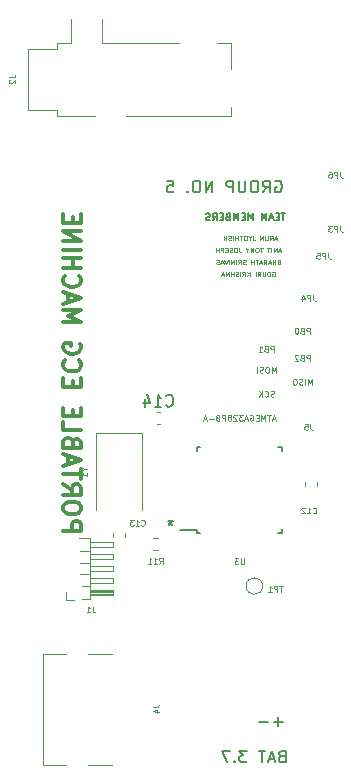
<source format=gbr>
%TF.GenerationSoftware,KiCad,Pcbnew,(6.0.5)*%
%TF.CreationDate,2022-06-01T22:14:55+05:30*%
%TF.ProjectId,PORTABLE_ECG_MACHINE,504f5254-4142-44c4-955f-4543475f4d41,rev-1*%
%TF.SameCoordinates,Original*%
%TF.FileFunction,Legend,Bot*%
%TF.FilePolarity,Positive*%
%FSLAX46Y46*%
G04 Gerber Fmt 4.6, Leading zero omitted, Abs format (unit mm)*
G04 Created by KiCad (PCBNEW (6.0.5)) date 2022-06-01 22:14:55*
%MOMM*%
%LPD*%
G01*
G04 APERTURE LIST*
%ADD10C,0.125000*%
%ADD11C,0.150000*%
%ADD12C,0.200000*%
%ADD13C,0.100000*%
%ADD14C,0.375000*%
%ADD15C,0.120000*%
G04 APERTURE END LIST*
D10*
X105775047Y-51534190D02*
X105775047Y-51034190D01*
X105584571Y-51034190D01*
X105536952Y-51058000D01*
X105513142Y-51081809D01*
X105489333Y-51129428D01*
X105489333Y-51200857D01*
X105513142Y-51248476D01*
X105536952Y-51272285D01*
X105584571Y-51296095D01*
X105775047Y-51296095D01*
X105108380Y-51272285D02*
X105036952Y-51296095D01*
X105013142Y-51319904D01*
X104989333Y-51367523D01*
X104989333Y-51438952D01*
X105013142Y-51486571D01*
X105036952Y-51510380D01*
X105084571Y-51534190D01*
X105275047Y-51534190D01*
X105275047Y-51034190D01*
X105108380Y-51034190D01*
X105060761Y-51058000D01*
X105036952Y-51081809D01*
X105013142Y-51129428D01*
X105013142Y-51177047D01*
X105036952Y-51224666D01*
X105060761Y-51248476D01*
X105108380Y-51272285D01*
X105275047Y-51272285D01*
X104679809Y-51034190D02*
X104632190Y-51034190D01*
X104584571Y-51058000D01*
X104560761Y-51081809D01*
X104536952Y-51129428D01*
X104513142Y-51224666D01*
X104513142Y-51343714D01*
X104536952Y-51438952D01*
X104560761Y-51486571D01*
X104584571Y-51510380D01*
X104632190Y-51534190D01*
X104679809Y-51534190D01*
X104727428Y-51510380D01*
X104751238Y-51486571D01*
X104775047Y-51438952D01*
X104798857Y-51343714D01*
X104798857Y-51224666D01*
X104775047Y-51129428D01*
X104751238Y-51081809D01*
X104727428Y-51058000D01*
X104679809Y-51034190D01*
D11*
X103504952Y-84399428D02*
X102743047Y-84399428D01*
X103124000Y-84780380D02*
X103124000Y-84018476D01*
D12*
X102861523Y-38616000D02*
X102956761Y-38568380D01*
X103099619Y-38568380D01*
X103242476Y-38616000D01*
X103337714Y-38711238D01*
X103385333Y-38806476D01*
X103432952Y-38996952D01*
X103432952Y-39139809D01*
X103385333Y-39330285D01*
X103337714Y-39425523D01*
X103242476Y-39520761D01*
X103099619Y-39568380D01*
X103004380Y-39568380D01*
X102861523Y-39520761D01*
X102813904Y-39473142D01*
X102813904Y-39139809D01*
X103004380Y-39139809D01*
X101813904Y-39568380D02*
X102147238Y-39092190D01*
X102385333Y-39568380D02*
X102385333Y-38568380D01*
X102004380Y-38568380D01*
X101909142Y-38616000D01*
X101861523Y-38663619D01*
X101813904Y-38758857D01*
X101813904Y-38901714D01*
X101861523Y-38996952D01*
X101909142Y-39044571D01*
X102004380Y-39092190D01*
X102385333Y-39092190D01*
X101194857Y-38568380D02*
X101004380Y-38568380D01*
X100909142Y-38616000D01*
X100813904Y-38711238D01*
X100766285Y-38901714D01*
X100766285Y-39235047D01*
X100813904Y-39425523D01*
X100909142Y-39520761D01*
X101004380Y-39568380D01*
X101194857Y-39568380D01*
X101290095Y-39520761D01*
X101385333Y-39425523D01*
X101432952Y-39235047D01*
X101432952Y-38901714D01*
X101385333Y-38711238D01*
X101290095Y-38616000D01*
X101194857Y-38568380D01*
X100337714Y-38568380D02*
X100337714Y-39377904D01*
X100290095Y-39473142D01*
X100242476Y-39520761D01*
X100147238Y-39568380D01*
X99956761Y-39568380D01*
X99861523Y-39520761D01*
X99813904Y-39473142D01*
X99766285Y-39377904D01*
X99766285Y-38568380D01*
X99290095Y-39568380D02*
X99290095Y-38568380D01*
X98909142Y-38568380D01*
X98813904Y-38616000D01*
X98766285Y-38663619D01*
X98718666Y-38758857D01*
X98718666Y-38901714D01*
X98766285Y-38996952D01*
X98813904Y-39044571D01*
X98909142Y-39092190D01*
X99290095Y-39092190D01*
X97528190Y-39568380D02*
X97528190Y-38568380D01*
X96956761Y-39568380D01*
X96956761Y-38568380D01*
X96290095Y-38568380D02*
X96099619Y-38568380D01*
X96004380Y-38616000D01*
X95909142Y-38711238D01*
X95861523Y-38901714D01*
X95861523Y-39235047D01*
X95909142Y-39425523D01*
X96004380Y-39520761D01*
X96099619Y-39568380D01*
X96290095Y-39568380D01*
X96385333Y-39520761D01*
X96480571Y-39425523D01*
X96528190Y-39235047D01*
X96528190Y-38901714D01*
X96480571Y-38711238D01*
X96385333Y-38616000D01*
X96290095Y-38568380D01*
X95432952Y-39473142D02*
X95385333Y-39520761D01*
X95432952Y-39568380D01*
X95480571Y-39520761D01*
X95432952Y-39473142D01*
X95432952Y-39568380D01*
X93718666Y-38568380D02*
X94194857Y-38568380D01*
X94242476Y-39044571D01*
X94194857Y-38996952D01*
X94099619Y-38949333D01*
X93861523Y-38949333D01*
X93766285Y-38996952D01*
X93718666Y-39044571D01*
X93671047Y-39139809D01*
X93671047Y-39377904D01*
X93718666Y-39473142D01*
X93766285Y-39520761D01*
X93861523Y-39568380D01*
X94099619Y-39568380D01*
X94194857Y-39520761D01*
X94242476Y-39473142D01*
D10*
X105775047Y-53820190D02*
X105775047Y-53320190D01*
X105584571Y-53320190D01*
X105536952Y-53344000D01*
X105513142Y-53367809D01*
X105489333Y-53415428D01*
X105489333Y-53486857D01*
X105513142Y-53534476D01*
X105536952Y-53558285D01*
X105584571Y-53582095D01*
X105775047Y-53582095D01*
X105108380Y-53558285D02*
X105036952Y-53582095D01*
X105013142Y-53605904D01*
X104989333Y-53653523D01*
X104989333Y-53724952D01*
X105013142Y-53772571D01*
X105036952Y-53796380D01*
X105084571Y-53820190D01*
X105275047Y-53820190D01*
X105275047Y-53320190D01*
X105108380Y-53320190D01*
X105060761Y-53344000D01*
X105036952Y-53367809D01*
X105013142Y-53415428D01*
X105013142Y-53463047D01*
X105036952Y-53510666D01*
X105060761Y-53534476D01*
X105108380Y-53558285D01*
X105275047Y-53558285D01*
X104798857Y-53367809D02*
X104775047Y-53344000D01*
X104727428Y-53320190D01*
X104608380Y-53320190D01*
X104560761Y-53344000D01*
X104536952Y-53367809D01*
X104513142Y-53415428D01*
X104513142Y-53463047D01*
X104536952Y-53534476D01*
X104822666Y-53820190D01*
X104513142Y-53820190D01*
D11*
X103715714Y-41327428D02*
X103372857Y-41327428D01*
X103544285Y-41927428D02*
X103544285Y-41327428D01*
X103172857Y-41613142D02*
X102972857Y-41613142D01*
X102887142Y-41927428D02*
X103172857Y-41927428D01*
X103172857Y-41327428D01*
X102887142Y-41327428D01*
X102658571Y-41756000D02*
X102372857Y-41756000D01*
X102715714Y-41927428D02*
X102515714Y-41327428D01*
X102315714Y-41927428D01*
X102115714Y-41927428D02*
X102115714Y-41327428D01*
X101915714Y-41756000D01*
X101715714Y-41327428D01*
X101715714Y-41927428D01*
X100972857Y-41927428D02*
X100972857Y-41327428D01*
X100772857Y-41756000D01*
X100572857Y-41327428D01*
X100572857Y-41927428D01*
X100287142Y-41613142D02*
X100087142Y-41613142D01*
X100001428Y-41927428D02*
X100287142Y-41927428D01*
X100287142Y-41327428D01*
X100001428Y-41327428D01*
X99744285Y-41927428D02*
X99744285Y-41327428D01*
X99544285Y-41756000D01*
X99344285Y-41327428D01*
X99344285Y-41927428D01*
X98858571Y-41613142D02*
X98772857Y-41641714D01*
X98744285Y-41670285D01*
X98715714Y-41727428D01*
X98715714Y-41813142D01*
X98744285Y-41870285D01*
X98772857Y-41898857D01*
X98830000Y-41927428D01*
X99058571Y-41927428D01*
X99058571Y-41327428D01*
X98858571Y-41327428D01*
X98801428Y-41356000D01*
X98772857Y-41384571D01*
X98744285Y-41441714D01*
X98744285Y-41498857D01*
X98772857Y-41556000D01*
X98801428Y-41584571D01*
X98858571Y-41613142D01*
X99058571Y-41613142D01*
X98458571Y-41613142D02*
X98258571Y-41613142D01*
X98172857Y-41927428D02*
X98458571Y-41927428D01*
X98458571Y-41327428D01*
X98172857Y-41327428D01*
X97572857Y-41927428D02*
X97772857Y-41641714D01*
X97915714Y-41927428D02*
X97915714Y-41327428D01*
X97687142Y-41327428D01*
X97630000Y-41356000D01*
X97601428Y-41384571D01*
X97572857Y-41441714D01*
X97572857Y-41527428D01*
X97601428Y-41584571D01*
X97630000Y-41613142D01*
X97687142Y-41641714D01*
X97915714Y-41641714D01*
X97344285Y-41898857D02*
X97258571Y-41927428D01*
X97115714Y-41927428D01*
X97058571Y-41898857D01*
X97030000Y-41870285D01*
X97001428Y-41813142D01*
X97001428Y-41756000D01*
X97030000Y-41698857D01*
X97058571Y-41670285D01*
X97115714Y-41641714D01*
X97230000Y-41613142D01*
X97287142Y-41584571D01*
X97315714Y-41556000D01*
X97344285Y-41498857D01*
X97344285Y-41441714D01*
X97315714Y-41384571D01*
X97287142Y-41356000D01*
X97230000Y-41327428D01*
X97087142Y-41327428D01*
X97001428Y-41356000D01*
X103401523Y-87304571D02*
X103258666Y-87352190D01*
X103211047Y-87399809D01*
X103163428Y-87495047D01*
X103163428Y-87637904D01*
X103211047Y-87733142D01*
X103258666Y-87780761D01*
X103353904Y-87828380D01*
X103734857Y-87828380D01*
X103734857Y-86828380D01*
X103401523Y-86828380D01*
X103306285Y-86876000D01*
X103258666Y-86923619D01*
X103211047Y-87018857D01*
X103211047Y-87114095D01*
X103258666Y-87209333D01*
X103306285Y-87256952D01*
X103401523Y-87304571D01*
X103734857Y-87304571D01*
X102782476Y-87542666D02*
X102306285Y-87542666D01*
X102877714Y-87828380D02*
X102544380Y-86828380D01*
X102211047Y-87828380D01*
X102020571Y-86828380D02*
X101449142Y-86828380D01*
X101734857Y-87828380D02*
X101734857Y-86828380D01*
X100449142Y-86828380D02*
X99830095Y-86828380D01*
X100163428Y-87209333D01*
X100020571Y-87209333D01*
X99925333Y-87256952D01*
X99877714Y-87304571D01*
X99830095Y-87399809D01*
X99830095Y-87637904D01*
X99877714Y-87733142D01*
X99925333Y-87780761D01*
X100020571Y-87828380D01*
X100306285Y-87828380D01*
X100401523Y-87780761D01*
X100449142Y-87733142D01*
X99401523Y-87733142D02*
X99353904Y-87780761D01*
X99401523Y-87828380D01*
X99449142Y-87780761D01*
X99401523Y-87733142D01*
X99401523Y-87828380D01*
X99020571Y-86828380D02*
X98353904Y-86828380D01*
X98782476Y-87828380D01*
D10*
X102845809Y-58757333D02*
X102607714Y-58757333D01*
X102893428Y-58900190D02*
X102726761Y-58400190D01*
X102560095Y-58900190D01*
X102464857Y-58400190D02*
X102179142Y-58400190D01*
X102322000Y-58900190D02*
X102322000Y-58400190D01*
X102012476Y-58900190D02*
X102012476Y-58400190D01*
X101845809Y-58757333D01*
X101679142Y-58400190D01*
X101679142Y-58900190D01*
X101441047Y-58638285D02*
X101274380Y-58638285D01*
X101202952Y-58900190D02*
X101441047Y-58900190D01*
X101441047Y-58400190D01*
X101202952Y-58400190D01*
X100726761Y-58424000D02*
X100774380Y-58400190D01*
X100845809Y-58400190D01*
X100917238Y-58424000D01*
X100964857Y-58471619D01*
X100988666Y-58519238D01*
X101012476Y-58614476D01*
X101012476Y-58685904D01*
X100988666Y-58781142D01*
X100964857Y-58828761D01*
X100917238Y-58876380D01*
X100845809Y-58900190D01*
X100798190Y-58900190D01*
X100726761Y-58876380D01*
X100702952Y-58852571D01*
X100702952Y-58685904D01*
X100798190Y-58685904D01*
X100512476Y-58757333D02*
X100274380Y-58757333D01*
X100560095Y-58900190D02*
X100393428Y-58400190D01*
X100226761Y-58900190D01*
X100107714Y-58400190D02*
X99798190Y-58400190D01*
X99964857Y-58590666D01*
X99893428Y-58590666D01*
X99845809Y-58614476D01*
X99822000Y-58638285D01*
X99798190Y-58685904D01*
X99798190Y-58804952D01*
X99822000Y-58852571D01*
X99845809Y-58876380D01*
X99893428Y-58900190D01*
X100036285Y-58900190D01*
X100083904Y-58876380D01*
X100107714Y-58852571D01*
X99607714Y-58447809D02*
X99583904Y-58424000D01*
X99536285Y-58400190D01*
X99417238Y-58400190D01*
X99369619Y-58424000D01*
X99345809Y-58447809D01*
X99322000Y-58495428D01*
X99322000Y-58543047D01*
X99345809Y-58614476D01*
X99631523Y-58900190D01*
X99322000Y-58900190D01*
X99036285Y-58614476D02*
X99083904Y-58590666D01*
X99107714Y-58566857D01*
X99131523Y-58519238D01*
X99131523Y-58495428D01*
X99107714Y-58447809D01*
X99083904Y-58424000D01*
X99036285Y-58400190D01*
X98941047Y-58400190D01*
X98893428Y-58424000D01*
X98869619Y-58447809D01*
X98845809Y-58495428D01*
X98845809Y-58519238D01*
X98869619Y-58566857D01*
X98893428Y-58590666D01*
X98941047Y-58614476D01*
X99036285Y-58614476D01*
X99083904Y-58638285D01*
X99107714Y-58662095D01*
X99131523Y-58709714D01*
X99131523Y-58804952D01*
X99107714Y-58852571D01*
X99083904Y-58876380D01*
X99036285Y-58900190D01*
X98941047Y-58900190D01*
X98893428Y-58876380D01*
X98869619Y-58852571D01*
X98845809Y-58804952D01*
X98845809Y-58709714D01*
X98869619Y-58662095D01*
X98893428Y-58638285D01*
X98941047Y-58614476D01*
X98631523Y-58900190D02*
X98631523Y-58400190D01*
X98441047Y-58400190D01*
X98393428Y-58424000D01*
X98369619Y-58447809D01*
X98345809Y-58495428D01*
X98345809Y-58566857D01*
X98369619Y-58614476D01*
X98393428Y-58638285D01*
X98441047Y-58662095D01*
X98631523Y-58662095D01*
X97964857Y-58638285D02*
X97893428Y-58662095D01*
X97869619Y-58685904D01*
X97845809Y-58733523D01*
X97845809Y-58804952D01*
X97869619Y-58852571D01*
X97893428Y-58876380D01*
X97941047Y-58900190D01*
X98131523Y-58900190D01*
X98131523Y-58400190D01*
X97964857Y-58400190D01*
X97917238Y-58424000D01*
X97893428Y-58447809D01*
X97869619Y-58495428D01*
X97869619Y-58543047D01*
X97893428Y-58590666D01*
X97917238Y-58614476D01*
X97964857Y-58638285D01*
X98131523Y-58638285D01*
X97631523Y-58709714D02*
X97250571Y-58709714D01*
X97036285Y-58757333D02*
X96798190Y-58757333D01*
X97083904Y-58900190D02*
X96917238Y-58400190D01*
X96750571Y-58900190D01*
D13*
X102622095Y-46282000D02*
X102660190Y-46262952D01*
X102717333Y-46262952D01*
X102774476Y-46282000D01*
X102812571Y-46320095D01*
X102831619Y-46358190D01*
X102850666Y-46434380D01*
X102850666Y-46491523D01*
X102831619Y-46567714D01*
X102812571Y-46605809D01*
X102774476Y-46643904D01*
X102717333Y-46662952D01*
X102679238Y-46662952D01*
X102622095Y-46643904D01*
X102603047Y-46624857D01*
X102603047Y-46491523D01*
X102679238Y-46491523D01*
X102355428Y-46262952D02*
X102279238Y-46262952D01*
X102241142Y-46282000D01*
X102203047Y-46320095D01*
X102184000Y-46396285D01*
X102184000Y-46529619D01*
X102203047Y-46605809D01*
X102241142Y-46643904D01*
X102279238Y-46662952D01*
X102355428Y-46662952D01*
X102393523Y-46643904D01*
X102431619Y-46605809D01*
X102450666Y-46529619D01*
X102450666Y-46396285D01*
X102431619Y-46320095D01*
X102393523Y-46282000D01*
X102355428Y-46262952D01*
X102012571Y-46262952D02*
X102012571Y-46586761D01*
X101993523Y-46624857D01*
X101974476Y-46643904D01*
X101936380Y-46662952D01*
X101860190Y-46662952D01*
X101822095Y-46643904D01*
X101803047Y-46624857D01*
X101784000Y-46586761D01*
X101784000Y-46262952D01*
X101364952Y-46662952D02*
X101498285Y-46472476D01*
X101593523Y-46662952D02*
X101593523Y-46262952D01*
X101441142Y-46262952D01*
X101403047Y-46282000D01*
X101384000Y-46301047D01*
X101364952Y-46339142D01*
X101364952Y-46396285D01*
X101384000Y-46434380D01*
X101403047Y-46453428D01*
X101441142Y-46472476D01*
X101593523Y-46472476D01*
X101193523Y-46662952D02*
X101193523Y-46262952D01*
X100698285Y-46662952D02*
X100698285Y-46262952D01*
X100469714Y-46662952D02*
X100641142Y-46434380D01*
X100469714Y-46262952D02*
X100698285Y-46491523D01*
X100069714Y-46662952D02*
X100203047Y-46472476D01*
X100298285Y-46662952D02*
X100298285Y-46262952D01*
X100145904Y-46262952D01*
X100107809Y-46282000D01*
X100088761Y-46301047D01*
X100069714Y-46339142D01*
X100069714Y-46396285D01*
X100088761Y-46434380D01*
X100107809Y-46453428D01*
X100145904Y-46472476D01*
X100298285Y-46472476D01*
X99898285Y-46662952D02*
X99898285Y-46262952D01*
X99726857Y-46643904D02*
X99669714Y-46662952D01*
X99574476Y-46662952D01*
X99536380Y-46643904D01*
X99517333Y-46624857D01*
X99498285Y-46586761D01*
X99498285Y-46548666D01*
X99517333Y-46510571D01*
X99536380Y-46491523D01*
X99574476Y-46472476D01*
X99650666Y-46453428D01*
X99688761Y-46434380D01*
X99707809Y-46415333D01*
X99726857Y-46377238D01*
X99726857Y-46339142D01*
X99707809Y-46301047D01*
X99688761Y-46282000D01*
X99650666Y-46262952D01*
X99555428Y-46262952D01*
X99498285Y-46282000D01*
X99326857Y-46662952D02*
X99326857Y-46262952D01*
X99326857Y-46453428D02*
X99098285Y-46453428D01*
X99098285Y-46662952D02*
X99098285Y-46262952D01*
X98907809Y-46662952D02*
X98907809Y-46262952D01*
X98679238Y-46662952D01*
X98679238Y-46262952D01*
X98507809Y-46548666D02*
X98317333Y-46548666D01*
X98545904Y-46662952D02*
X98412571Y-46262952D01*
X98279238Y-46662952D01*
D11*
X102234952Y-84399428D02*
X101473047Y-84399428D01*
D13*
X102993523Y-43500666D02*
X102803047Y-43500666D01*
X103031619Y-43614952D02*
X102898285Y-43214952D01*
X102764952Y-43614952D01*
X102403047Y-43614952D02*
X102536380Y-43424476D01*
X102631619Y-43614952D02*
X102631619Y-43214952D01*
X102479238Y-43214952D01*
X102441142Y-43234000D01*
X102422095Y-43253047D01*
X102403047Y-43291142D01*
X102403047Y-43348285D01*
X102422095Y-43386380D01*
X102441142Y-43405428D01*
X102479238Y-43424476D01*
X102631619Y-43424476D01*
X102231619Y-43214952D02*
X102231619Y-43538761D01*
X102212571Y-43576857D01*
X102193523Y-43595904D01*
X102155428Y-43614952D01*
X102079238Y-43614952D01*
X102041142Y-43595904D01*
X102022095Y-43576857D01*
X102003047Y-43538761D01*
X102003047Y-43214952D01*
X101812571Y-43614952D02*
X101812571Y-43214952D01*
X101584000Y-43614952D01*
X101584000Y-43214952D01*
X100974476Y-43214952D02*
X100974476Y-43500666D01*
X100993523Y-43557809D01*
X101031619Y-43595904D01*
X101088761Y-43614952D01*
X101126857Y-43614952D01*
X100707809Y-43424476D02*
X100707809Y-43614952D01*
X100841142Y-43214952D02*
X100707809Y-43424476D01*
X100574476Y-43214952D01*
X100364952Y-43214952D02*
X100288761Y-43214952D01*
X100250666Y-43234000D01*
X100212571Y-43272095D01*
X100193523Y-43348285D01*
X100193523Y-43481619D01*
X100212571Y-43557809D01*
X100250666Y-43595904D01*
X100288761Y-43614952D01*
X100364952Y-43614952D01*
X100403047Y-43595904D01*
X100441142Y-43557809D01*
X100460190Y-43481619D01*
X100460190Y-43348285D01*
X100441142Y-43272095D01*
X100403047Y-43234000D01*
X100364952Y-43214952D01*
X100079238Y-43214952D02*
X99850666Y-43214952D01*
X99964952Y-43614952D02*
X99964952Y-43214952D01*
X99717333Y-43614952D02*
X99717333Y-43214952D01*
X99717333Y-43405428D02*
X99488761Y-43405428D01*
X99488761Y-43614952D02*
X99488761Y-43214952D01*
X99298285Y-43614952D02*
X99298285Y-43214952D01*
X99126857Y-43595904D02*
X99069714Y-43614952D01*
X98974476Y-43614952D01*
X98936380Y-43595904D01*
X98917333Y-43576857D01*
X98898285Y-43538761D01*
X98898285Y-43500666D01*
X98917333Y-43462571D01*
X98936380Y-43443523D01*
X98974476Y-43424476D01*
X99050666Y-43405428D01*
X99088761Y-43386380D01*
X99107809Y-43367333D01*
X99126857Y-43329238D01*
X99126857Y-43291142D01*
X99107809Y-43253047D01*
X99088761Y-43234000D01*
X99050666Y-43214952D01*
X98955428Y-43214952D01*
X98898285Y-43234000D01*
X98726857Y-43614952D02*
X98726857Y-43214952D01*
X98726857Y-43405428D02*
X98498285Y-43405428D01*
X98498285Y-43614952D02*
X98498285Y-43214952D01*
D10*
X102893714Y-54836190D02*
X102893714Y-54336190D01*
X102727047Y-54693333D01*
X102560380Y-54336190D01*
X102560380Y-54836190D01*
X102227047Y-54336190D02*
X102131809Y-54336190D01*
X102084190Y-54360000D01*
X102036571Y-54407619D01*
X102012761Y-54502857D01*
X102012761Y-54669523D01*
X102036571Y-54764761D01*
X102084190Y-54812380D01*
X102131809Y-54836190D01*
X102227047Y-54836190D01*
X102274666Y-54812380D01*
X102322285Y-54764761D01*
X102346095Y-54669523D01*
X102346095Y-54502857D01*
X102322285Y-54407619D01*
X102274666Y-54360000D01*
X102227047Y-54336190D01*
X101822285Y-54812380D02*
X101750857Y-54836190D01*
X101631809Y-54836190D01*
X101584190Y-54812380D01*
X101560380Y-54788571D01*
X101536571Y-54740952D01*
X101536571Y-54693333D01*
X101560380Y-54645714D01*
X101584190Y-54621904D01*
X101631809Y-54598095D01*
X101727047Y-54574285D01*
X101774666Y-54550476D01*
X101798476Y-54526666D01*
X101822285Y-54479047D01*
X101822285Y-54431428D01*
X101798476Y-54383809D01*
X101774666Y-54360000D01*
X101727047Y-54336190D01*
X101608000Y-54336190D01*
X101536571Y-54360000D01*
X101322285Y-54836190D02*
X101322285Y-54336190D01*
D13*
X103345904Y-44516666D02*
X103155428Y-44516666D01*
X103384000Y-44630952D02*
X103250666Y-44230952D01*
X103117333Y-44630952D01*
X102984000Y-44630952D02*
X102984000Y-44230952D01*
X102850666Y-44516666D01*
X102717333Y-44230952D01*
X102717333Y-44630952D01*
X102526857Y-44630952D02*
X102526857Y-44230952D01*
X102393523Y-44230952D02*
X102164952Y-44230952D01*
X102279238Y-44630952D02*
X102279238Y-44230952D01*
X101784000Y-44230952D02*
X101555428Y-44230952D01*
X101669714Y-44630952D02*
X101669714Y-44230952D01*
X101345904Y-44230952D02*
X101269714Y-44230952D01*
X101231619Y-44250000D01*
X101193523Y-44288095D01*
X101174476Y-44364285D01*
X101174476Y-44497619D01*
X101193523Y-44573809D01*
X101231619Y-44611904D01*
X101269714Y-44630952D01*
X101345904Y-44630952D01*
X101384000Y-44611904D01*
X101422095Y-44573809D01*
X101441142Y-44497619D01*
X101441142Y-44364285D01*
X101422095Y-44288095D01*
X101384000Y-44250000D01*
X101345904Y-44230952D01*
X101003047Y-44630952D02*
X101003047Y-44230952D01*
X100774476Y-44630952D01*
X100774476Y-44230952D01*
X100507809Y-44440476D02*
X100507809Y-44630952D01*
X100641142Y-44230952D02*
X100507809Y-44440476D01*
X100374476Y-44230952D01*
X99822095Y-44230952D02*
X99822095Y-44516666D01*
X99841142Y-44573809D01*
X99879238Y-44611904D01*
X99936380Y-44630952D01*
X99974476Y-44630952D01*
X99555428Y-44230952D02*
X99479238Y-44230952D01*
X99441142Y-44250000D01*
X99403047Y-44288095D01*
X99384000Y-44364285D01*
X99384000Y-44497619D01*
X99403047Y-44573809D01*
X99441142Y-44611904D01*
X99479238Y-44630952D01*
X99555428Y-44630952D01*
X99593523Y-44611904D01*
X99631619Y-44573809D01*
X99650666Y-44497619D01*
X99650666Y-44364285D01*
X99631619Y-44288095D01*
X99593523Y-44250000D01*
X99555428Y-44230952D01*
X99231619Y-44611904D02*
X99174476Y-44630952D01*
X99079238Y-44630952D01*
X99041142Y-44611904D01*
X99022095Y-44592857D01*
X99003047Y-44554761D01*
X99003047Y-44516666D01*
X99022095Y-44478571D01*
X99041142Y-44459523D01*
X99079238Y-44440476D01*
X99155428Y-44421428D01*
X99193523Y-44402380D01*
X99212571Y-44383333D01*
X99231619Y-44345238D01*
X99231619Y-44307142D01*
X99212571Y-44269047D01*
X99193523Y-44250000D01*
X99155428Y-44230952D01*
X99060190Y-44230952D01*
X99003047Y-44250000D01*
X98831619Y-44421428D02*
X98698285Y-44421428D01*
X98641142Y-44630952D02*
X98831619Y-44630952D01*
X98831619Y-44230952D01*
X98641142Y-44230952D01*
X98469714Y-44630952D02*
X98469714Y-44230952D01*
X98317333Y-44230952D01*
X98279238Y-44250000D01*
X98260190Y-44269047D01*
X98241142Y-44307142D01*
X98241142Y-44364285D01*
X98260190Y-44402380D01*
X98279238Y-44421428D01*
X98317333Y-44440476D01*
X98469714Y-44440476D01*
X98069714Y-44630952D02*
X98069714Y-44230952D01*
X98069714Y-44421428D02*
X97841142Y-44421428D01*
X97841142Y-44630952D02*
X97841142Y-44230952D01*
D10*
X102727047Y-53058190D02*
X102727047Y-52558190D01*
X102536571Y-52558190D01*
X102488952Y-52582000D01*
X102465142Y-52605809D01*
X102441333Y-52653428D01*
X102441333Y-52724857D01*
X102465142Y-52772476D01*
X102488952Y-52796285D01*
X102536571Y-52820095D01*
X102727047Y-52820095D01*
X102060380Y-52796285D02*
X101988952Y-52820095D01*
X101965142Y-52843904D01*
X101941333Y-52891523D01*
X101941333Y-52962952D01*
X101965142Y-53010571D01*
X101988952Y-53034380D01*
X102036571Y-53058190D01*
X102227047Y-53058190D01*
X102227047Y-52558190D01*
X102060380Y-52558190D01*
X102012761Y-52582000D01*
X101988952Y-52605809D01*
X101965142Y-52653428D01*
X101965142Y-52701047D01*
X101988952Y-52748666D01*
X102012761Y-52772476D01*
X102060380Y-52796285D01*
X102227047Y-52796285D01*
X101465142Y-53058190D02*
X101750857Y-53058190D01*
X101608000Y-53058190D02*
X101608000Y-52558190D01*
X101655619Y-52629619D01*
X101703238Y-52677238D01*
X101750857Y-52701047D01*
X102750857Y-56844380D02*
X102679428Y-56868190D01*
X102560380Y-56868190D01*
X102512761Y-56844380D01*
X102488952Y-56820571D01*
X102465142Y-56772952D01*
X102465142Y-56725333D01*
X102488952Y-56677714D01*
X102512761Y-56653904D01*
X102560380Y-56630095D01*
X102655619Y-56606285D01*
X102703238Y-56582476D01*
X102727047Y-56558666D01*
X102750857Y-56511047D01*
X102750857Y-56463428D01*
X102727047Y-56415809D01*
X102703238Y-56392000D01*
X102655619Y-56368190D01*
X102536571Y-56368190D01*
X102465142Y-56392000D01*
X101965142Y-56820571D02*
X101988952Y-56844380D01*
X102060380Y-56868190D01*
X102108000Y-56868190D01*
X102179428Y-56844380D01*
X102227047Y-56796761D01*
X102250857Y-56749142D01*
X102274666Y-56653904D01*
X102274666Y-56582476D01*
X102250857Y-56487238D01*
X102227047Y-56439619D01*
X102179428Y-56392000D01*
X102108000Y-56368190D01*
X102060380Y-56368190D01*
X101988952Y-56392000D01*
X101965142Y-56415809D01*
X101750857Y-56868190D02*
X101750857Y-56368190D01*
X101465142Y-56868190D02*
X101679428Y-56582476D01*
X101465142Y-56368190D02*
X101750857Y-56653904D01*
D13*
X103145904Y-45437428D02*
X103088761Y-45456476D01*
X103069714Y-45475523D01*
X103050666Y-45513619D01*
X103050666Y-45570761D01*
X103069714Y-45608857D01*
X103088761Y-45627904D01*
X103126857Y-45646952D01*
X103279238Y-45646952D01*
X103279238Y-45246952D01*
X103145904Y-45246952D01*
X103107809Y-45266000D01*
X103088761Y-45285047D01*
X103069714Y-45323142D01*
X103069714Y-45361238D01*
X103088761Y-45399333D01*
X103107809Y-45418380D01*
X103145904Y-45437428D01*
X103279238Y-45437428D01*
X102879238Y-45646952D02*
X102879238Y-45246952D01*
X102879238Y-45437428D02*
X102650666Y-45437428D01*
X102650666Y-45646952D02*
X102650666Y-45246952D01*
X102479238Y-45532666D02*
X102288761Y-45532666D01*
X102517333Y-45646952D02*
X102384000Y-45246952D01*
X102250666Y-45646952D01*
X101888761Y-45646952D02*
X102022095Y-45456476D01*
X102117333Y-45646952D02*
X102117333Y-45246952D01*
X101964952Y-45246952D01*
X101926857Y-45266000D01*
X101907809Y-45285047D01*
X101888761Y-45323142D01*
X101888761Y-45380285D01*
X101907809Y-45418380D01*
X101926857Y-45437428D01*
X101964952Y-45456476D01*
X102117333Y-45456476D01*
X101736380Y-45532666D02*
X101545904Y-45532666D01*
X101774476Y-45646952D02*
X101641142Y-45246952D01*
X101507809Y-45646952D01*
X101431619Y-45246952D02*
X101203047Y-45246952D01*
X101317333Y-45646952D02*
X101317333Y-45246952D01*
X101069714Y-45646952D02*
X101069714Y-45246952D01*
X101069714Y-45437428D02*
X100841142Y-45437428D01*
X100841142Y-45646952D02*
X100841142Y-45246952D01*
X100364952Y-45627904D02*
X100307809Y-45646952D01*
X100212571Y-45646952D01*
X100174476Y-45627904D01*
X100155428Y-45608857D01*
X100136380Y-45570761D01*
X100136380Y-45532666D01*
X100155428Y-45494571D01*
X100174476Y-45475523D01*
X100212571Y-45456476D01*
X100288761Y-45437428D01*
X100326857Y-45418380D01*
X100345904Y-45399333D01*
X100364952Y-45361238D01*
X100364952Y-45323142D01*
X100345904Y-45285047D01*
X100326857Y-45266000D01*
X100288761Y-45246952D01*
X100193523Y-45246952D01*
X100136380Y-45266000D01*
X99736380Y-45646952D02*
X99869714Y-45456476D01*
X99964952Y-45646952D02*
X99964952Y-45246952D01*
X99812571Y-45246952D01*
X99774476Y-45266000D01*
X99755428Y-45285047D01*
X99736380Y-45323142D01*
X99736380Y-45380285D01*
X99755428Y-45418380D01*
X99774476Y-45437428D01*
X99812571Y-45456476D01*
X99964952Y-45456476D01*
X99564952Y-45646952D02*
X99564952Y-45246952D01*
X99374476Y-45646952D02*
X99374476Y-45246952D01*
X99145904Y-45646952D01*
X99145904Y-45246952D01*
X98955428Y-45646952D02*
X98955428Y-45246952D01*
X98822095Y-45246952D02*
X98688761Y-45646952D01*
X98555428Y-45246952D01*
X98441142Y-45532666D02*
X98250666Y-45532666D01*
X98479238Y-45646952D02*
X98345904Y-45246952D01*
X98212571Y-45646952D01*
X98098285Y-45627904D02*
X98041142Y-45646952D01*
X97945904Y-45646952D01*
X97907809Y-45627904D01*
X97888761Y-45608857D01*
X97869714Y-45570761D01*
X97869714Y-45532666D01*
X97888761Y-45494571D01*
X97907809Y-45475523D01*
X97945904Y-45456476D01*
X98022095Y-45437428D01*
X98060190Y-45418380D01*
X98079238Y-45399333D01*
X98098285Y-45361238D01*
X98098285Y-45323142D01*
X98079238Y-45285047D01*
X98060190Y-45266000D01*
X98022095Y-45246952D01*
X97926857Y-45246952D01*
X97869714Y-45266000D01*
D14*
X84919428Y-68221142D02*
X86419428Y-68221142D01*
X86419428Y-67649714D01*
X86348000Y-67506857D01*
X86276571Y-67435428D01*
X86133714Y-67364000D01*
X85919428Y-67364000D01*
X85776571Y-67435428D01*
X85705142Y-67506857D01*
X85633714Y-67649714D01*
X85633714Y-68221142D01*
X86419428Y-66435428D02*
X86419428Y-66149714D01*
X86348000Y-66006857D01*
X86205142Y-65864000D01*
X85919428Y-65792571D01*
X85419428Y-65792571D01*
X85133714Y-65864000D01*
X84990857Y-66006857D01*
X84919428Y-66149714D01*
X84919428Y-66435428D01*
X84990857Y-66578285D01*
X85133714Y-66721142D01*
X85419428Y-66792571D01*
X85919428Y-66792571D01*
X86205142Y-66721142D01*
X86348000Y-66578285D01*
X86419428Y-66435428D01*
X84919428Y-64292571D02*
X85633714Y-64792571D01*
X84919428Y-65149714D02*
X86419428Y-65149714D01*
X86419428Y-64578285D01*
X86348000Y-64435428D01*
X86276571Y-64364000D01*
X86133714Y-64292571D01*
X85919428Y-64292571D01*
X85776571Y-64364000D01*
X85705142Y-64435428D01*
X85633714Y-64578285D01*
X85633714Y-65149714D01*
X86419428Y-63864000D02*
X86419428Y-63006857D01*
X84919428Y-63435428D02*
X86419428Y-63435428D01*
X85348000Y-62578285D02*
X85348000Y-61864000D01*
X84919428Y-62721142D02*
X86419428Y-62221142D01*
X84919428Y-61721142D01*
X85705142Y-60721142D02*
X85633714Y-60506857D01*
X85562285Y-60435428D01*
X85419428Y-60364000D01*
X85205142Y-60364000D01*
X85062285Y-60435428D01*
X84990857Y-60506857D01*
X84919428Y-60649714D01*
X84919428Y-61221142D01*
X86419428Y-61221142D01*
X86419428Y-60721142D01*
X86348000Y-60578285D01*
X86276571Y-60506857D01*
X86133714Y-60435428D01*
X85990857Y-60435428D01*
X85848000Y-60506857D01*
X85776571Y-60578285D01*
X85705142Y-60721142D01*
X85705142Y-61221142D01*
X84919428Y-59006857D02*
X84919428Y-59721142D01*
X86419428Y-59721142D01*
X85705142Y-58506857D02*
X85705142Y-58006857D01*
X84919428Y-57792571D02*
X84919428Y-58506857D01*
X86419428Y-58506857D01*
X86419428Y-57792571D01*
X85705142Y-56006857D02*
X85705142Y-55506857D01*
X84919428Y-55292571D02*
X84919428Y-56006857D01*
X86419428Y-56006857D01*
X86419428Y-55292571D01*
X85062285Y-53792571D02*
X84990857Y-53864000D01*
X84919428Y-54078285D01*
X84919428Y-54221142D01*
X84990857Y-54435428D01*
X85133714Y-54578285D01*
X85276571Y-54649714D01*
X85562285Y-54721142D01*
X85776571Y-54721142D01*
X86062285Y-54649714D01*
X86205142Y-54578285D01*
X86348000Y-54435428D01*
X86419428Y-54221142D01*
X86419428Y-54078285D01*
X86348000Y-53864000D01*
X86276571Y-53792571D01*
X86348000Y-52364000D02*
X86419428Y-52506857D01*
X86419428Y-52721142D01*
X86348000Y-52935428D01*
X86205142Y-53078285D01*
X86062285Y-53149714D01*
X85776571Y-53221142D01*
X85562285Y-53221142D01*
X85276571Y-53149714D01*
X85133714Y-53078285D01*
X84990857Y-52935428D01*
X84919428Y-52721142D01*
X84919428Y-52578285D01*
X84990857Y-52364000D01*
X85062285Y-52292571D01*
X85562285Y-52292571D01*
X85562285Y-52578285D01*
X84919428Y-50506857D02*
X86419428Y-50506857D01*
X85348000Y-50006857D01*
X86419428Y-49506857D01*
X84919428Y-49506857D01*
X85348000Y-48864000D02*
X85348000Y-48149714D01*
X84919428Y-49006857D02*
X86419428Y-48506857D01*
X84919428Y-48006857D01*
X85062285Y-46649714D02*
X84990857Y-46721142D01*
X84919428Y-46935428D01*
X84919428Y-47078285D01*
X84990857Y-47292571D01*
X85133714Y-47435428D01*
X85276571Y-47506857D01*
X85562285Y-47578285D01*
X85776571Y-47578285D01*
X86062285Y-47506857D01*
X86205142Y-47435428D01*
X86348000Y-47292571D01*
X86419428Y-47078285D01*
X86419428Y-46935428D01*
X86348000Y-46721142D01*
X86276571Y-46649714D01*
X84919428Y-46006857D02*
X86419428Y-46006857D01*
X85705142Y-46006857D02*
X85705142Y-45149714D01*
X84919428Y-45149714D02*
X86419428Y-45149714D01*
X84919428Y-44435428D02*
X86419428Y-44435428D01*
X84919428Y-43721142D02*
X86419428Y-43721142D01*
X84919428Y-42864000D01*
X86419428Y-42864000D01*
X85705142Y-42149714D02*
X85705142Y-41649714D01*
X84919428Y-41435428D02*
X84919428Y-42149714D01*
X86419428Y-42149714D01*
X86419428Y-41435428D01*
D10*
X105941714Y-55852190D02*
X105941714Y-55352190D01*
X105775047Y-55709333D01*
X105608380Y-55352190D01*
X105608380Y-55852190D01*
X105370285Y-55852190D02*
X105370285Y-55352190D01*
X105156000Y-55828380D02*
X105084571Y-55852190D01*
X104965523Y-55852190D01*
X104917904Y-55828380D01*
X104894095Y-55804571D01*
X104870285Y-55756952D01*
X104870285Y-55709333D01*
X104894095Y-55661714D01*
X104917904Y-55637904D01*
X104965523Y-55614095D01*
X105060761Y-55590285D01*
X105108380Y-55566476D01*
X105132190Y-55542666D01*
X105156000Y-55495047D01*
X105156000Y-55447428D01*
X105132190Y-55399809D01*
X105108380Y-55376000D01*
X105060761Y-55352190D01*
X104941714Y-55352190D01*
X104870285Y-55376000D01*
X104560761Y-55352190D02*
X104465523Y-55352190D01*
X104417904Y-55376000D01*
X104370285Y-55423619D01*
X104346476Y-55518857D01*
X104346476Y-55685523D01*
X104370285Y-55780761D01*
X104417904Y-55828380D01*
X104465523Y-55852190D01*
X104560761Y-55852190D01*
X104608380Y-55828380D01*
X104656000Y-55780761D01*
X104679809Y-55685523D01*
X104679809Y-55518857D01*
X104656000Y-55423619D01*
X104608380Y-55376000D01*
X104560761Y-55352190D01*
D12*
X93980000Y-67270380D02*
X93980000Y-67508476D01*
X94218095Y-67413238D02*
X93980000Y-67508476D01*
X93741904Y-67413238D01*
X94122857Y-67698952D02*
X93980000Y-67508476D01*
X93837142Y-67698952D01*
D10*
%TO.C,J4*%
X92493190Y-83145333D02*
X92850333Y-83145333D01*
X92921761Y-83121523D01*
X92969380Y-83073904D01*
X92993190Y-83002476D01*
X92993190Y-82954857D01*
X92659857Y-83597714D02*
X92993190Y-83597714D01*
X92469380Y-83478666D02*
X92826523Y-83359619D01*
X92826523Y-83669142D01*
%TO.C,Y1*%
X86700095Y-63007904D02*
X86938190Y-63007904D01*
X86438190Y-62841238D02*
X86700095Y-63007904D01*
X86438190Y-63174571D01*
X86938190Y-63603142D02*
X86938190Y-63317428D01*
X86938190Y-63460285D02*
X86438190Y-63460285D01*
X86509619Y-63412666D01*
X86557238Y-63365047D01*
X86581047Y-63317428D01*
%TO.C,J1*%
X87393666Y-74632190D02*
X87393666Y-74989333D01*
X87417476Y-75060761D01*
X87465095Y-75108380D01*
X87536523Y-75132190D01*
X87584142Y-75132190D01*
X86893666Y-75132190D02*
X87179380Y-75132190D01*
X87036523Y-75132190D02*
X87036523Y-74632190D01*
X87084142Y-74703619D01*
X87131761Y-74751238D01*
X87179380Y-74775047D01*
%TO.C,JP4*%
X106080666Y-48240190D02*
X106080666Y-48597333D01*
X106104476Y-48668761D01*
X106152095Y-48716380D01*
X106223523Y-48740190D01*
X106271142Y-48740190D01*
X105842571Y-48740190D02*
X105842571Y-48240190D01*
X105652095Y-48240190D01*
X105604476Y-48264000D01*
X105580666Y-48287809D01*
X105556857Y-48335428D01*
X105556857Y-48406857D01*
X105580666Y-48454476D01*
X105604476Y-48478285D01*
X105652095Y-48502095D01*
X105842571Y-48502095D01*
X105128285Y-48406857D02*
X105128285Y-48740190D01*
X105247333Y-48216380D02*
X105366380Y-48573523D01*
X105056857Y-48573523D01*
%TO.C,J5*%
X105830666Y-59162190D02*
X105830666Y-59519333D01*
X105854476Y-59590761D01*
X105902095Y-59638380D01*
X105973523Y-59662190D01*
X106021142Y-59662190D01*
X105354476Y-59162190D02*
X105592571Y-59162190D01*
X105616380Y-59400285D01*
X105592571Y-59376476D01*
X105544952Y-59352666D01*
X105425904Y-59352666D01*
X105378285Y-59376476D01*
X105354476Y-59400285D01*
X105330666Y-59447904D01*
X105330666Y-59566952D01*
X105354476Y-59614571D01*
X105378285Y-59638380D01*
X105425904Y-59662190D01*
X105544952Y-59662190D01*
X105592571Y-59638380D01*
X105616380Y-59614571D01*
%TO.C,JP6*%
X108366666Y-37826190D02*
X108366666Y-38183333D01*
X108390476Y-38254761D01*
X108438095Y-38302380D01*
X108509523Y-38326190D01*
X108557142Y-38326190D01*
X108128571Y-38326190D02*
X108128571Y-37826190D01*
X107938095Y-37826190D01*
X107890476Y-37850000D01*
X107866666Y-37873809D01*
X107842857Y-37921428D01*
X107842857Y-37992857D01*
X107866666Y-38040476D01*
X107890476Y-38064285D01*
X107938095Y-38088095D01*
X108128571Y-38088095D01*
X107414285Y-37826190D02*
X107509523Y-37826190D01*
X107557142Y-37850000D01*
X107580952Y-37873809D01*
X107628571Y-37945238D01*
X107652380Y-38040476D01*
X107652380Y-38230952D01*
X107628571Y-38278571D01*
X107604761Y-38302380D01*
X107557142Y-38326190D01*
X107461904Y-38326190D01*
X107414285Y-38302380D01*
X107390476Y-38278571D01*
X107366666Y-38230952D01*
X107366666Y-38111904D01*
X107390476Y-38064285D01*
X107414285Y-38040476D01*
X107461904Y-38016666D01*
X107557142Y-38016666D01*
X107604761Y-38040476D01*
X107628571Y-38064285D01*
X107652380Y-38111904D01*
%TO.C,C12*%
X106029428Y-66698571D02*
X106053238Y-66722380D01*
X106124666Y-66746190D01*
X106172285Y-66746190D01*
X106243714Y-66722380D01*
X106291333Y-66674761D01*
X106315142Y-66627142D01*
X106338952Y-66531904D01*
X106338952Y-66460476D01*
X106315142Y-66365238D01*
X106291333Y-66317619D01*
X106243714Y-66270000D01*
X106172285Y-66246190D01*
X106124666Y-66246190D01*
X106053238Y-66270000D01*
X106029428Y-66293809D01*
X105553238Y-66746190D02*
X105838952Y-66746190D01*
X105696095Y-66746190D02*
X105696095Y-66246190D01*
X105743714Y-66317619D01*
X105791333Y-66365238D01*
X105838952Y-66389047D01*
X105362761Y-66293809D02*
X105338952Y-66270000D01*
X105291333Y-66246190D01*
X105172285Y-66246190D01*
X105124666Y-66270000D01*
X105100857Y-66293809D01*
X105077047Y-66341428D01*
X105077047Y-66389047D01*
X105100857Y-66460476D01*
X105386571Y-66746190D01*
X105077047Y-66746190D01*
%TO.C,R11*%
X93031428Y-70998190D02*
X93198095Y-70760095D01*
X93317142Y-70998190D02*
X93317142Y-70498190D01*
X93126666Y-70498190D01*
X93079047Y-70522000D01*
X93055238Y-70545809D01*
X93031428Y-70593428D01*
X93031428Y-70664857D01*
X93055238Y-70712476D01*
X93079047Y-70736285D01*
X93126666Y-70760095D01*
X93317142Y-70760095D01*
X92555238Y-70998190D02*
X92840952Y-70998190D01*
X92698095Y-70998190D02*
X92698095Y-70498190D01*
X92745714Y-70569619D01*
X92793333Y-70617238D01*
X92840952Y-70641047D01*
X92079047Y-70998190D02*
X92364761Y-70998190D01*
X92221904Y-70998190D02*
X92221904Y-70498190D01*
X92269523Y-70569619D01*
X92317142Y-70617238D01*
X92364761Y-70641047D01*
%TO.C,C13*%
X91507428Y-67742571D02*
X91531238Y-67766380D01*
X91602666Y-67790190D01*
X91650285Y-67790190D01*
X91721714Y-67766380D01*
X91769333Y-67718761D01*
X91793142Y-67671142D01*
X91816952Y-67575904D01*
X91816952Y-67504476D01*
X91793142Y-67409238D01*
X91769333Y-67361619D01*
X91721714Y-67314000D01*
X91650285Y-67290190D01*
X91602666Y-67290190D01*
X91531238Y-67314000D01*
X91507428Y-67337809D01*
X91031238Y-67790190D02*
X91316952Y-67790190D01*
X91174095Y-67790190D02*
X91174095Y-67290190D01*
X91221714Y-67361619D01*
X91269333Y-67409238D01*
X91316952Y-67433047D01*
X90864571Y-67290190D02*
X90555047Y-67290190D01*
X90721714Y-67480666D01*
X90650285Y-67480666D01*
X90602666Y-67504476D01*
X90578857Y-67528285D01*
X90555047Y-67575904D01*
X90555047Y-67694952D01*
X90578857Y-67742571D01*
X90602666Y-67766380D01*
X90650285Y-67790190D01*
X90793142Y-67790190D01*
X90840761Y-67766380D01*
X90864571Y-67742571D01*
%TO.C,U3*%
X100202952Y-70546190D02*
X100202952Y-70950952D01*
X100179142Y-70998571D01*
X100155333Y-71022380D01*
X100107714Y-71046190D01*
X100012476Y-71046190D01*
X99964857Y-71022380D01*
X99941047Y-70998571D01*
X99917238Y-70950952D01*
X99917238Y-70546190D01*
X99726761Y-70546190D02*
X99417238Y-70546190D01*
X99583904Y-70736666D01*
X99512476Y-70736666D01*
X99464857Y-70760476D01*
X99441047Y-70784285D01*
X99417238Y-70831904D01*
X99417238Y-70950952D01*
X99441047Y-70998571D01*
X99464857Y-71022380D01*
X99512476Y-71046190D01*
X99655333Y-71046190D01*
X99702952Y-71022380D01*
X99726761Y-70998571D01*
%TO.C,JP3*%
X108366666Y-42398190D02*
X108366666Y-42755333D01*
X108390476Y-42826761D01*
X108438095Y-42874380D01*
X108509523Y-42898190D01*
X108557142Y-42898190D01*
X108128571Y-42898190D02*
X108128571Y-42398190D01*
X107938095Y-42398190D01*
X107890476Y-42422000D01*
X107866666Y-42445809D01*
X107842857Y-42493428D01*
X107842857Y-42564857D01*
X107866666Y-42612476D01*
X107890476Y-42636285D01*
X107938095Y-42660095D01*
X108128571Y-42660095D01*
X107676190Y-42398190D02*
X107366666Y-42398190D01*
X107533333Y-42588666D01*
X107461904Y-42588666D01*
X107414285Y-42612476D01*
X107390476Y-42636285D01*
X107366666Y-42683904D01*
X107366666Y-42802952D01*
X107390476Y-42850571D01*
X107414285Y-42874380D01*
X107461904Y-42898190D01*
X107604761Y-42898190D01*
X107652380Y-42874380D01*
X107676190Y-42850571D01*
%TO.C,JP5*%
X107350666Y-44684190D02*
X107350666Y-45041333D01*
X107374476Y-45112761D01*
X107422095Y-45160380D01*
X107493523Y-45184190D01*
X107541142Y-45184190D01*
X107112571Y-45184190D02*
X107112571Y-44684190D01*
X106922095Y-44684190D01*
X106874476Y-44708000D01*
X106850666Y-44731809D01*
X106826857Y-44779428D01*
X106826857Y-44850857D01*
X106850666Y-44898476D01*
X106874476Y-44922285D01*
X106922095Y-44946095D01*
X107112571Y-44946095D01*
X106374476Y-44684190D02*
X106612571Y-44684190D01*
X106636380Y-44922285D01*
X106612571Y-44898476D01*
X106564952Y-44874666D01*
X106445904Y-44874666D01*
X106398285Y-44898476D01*
X106374476Y-44922285D01*
X106350666Y-44969904D01*
X106350666Y-45088952D01*
X106374476Y-45136571D01*
X106398285Y-45160380D01*
X106445904Y-45184190D01*
X106564952Y-45184190D01*
X106612571Y-45160380D01*
X106636380Y-45136571D01*
D11*
%TO.C,C14*%
X93606857Y-57601142D02*
X93654476Y-57648761D01*
X93797333Y-57696380D01*
X93892571Y-57696380D01*
X94035428Y-57648761D01*
X94130666Y-57553523D01*
X94178285Y-57458285D01*
X94225904Y-57267809D01*
X94225904Y-57124952D01*
X94178285Y-56934476D01*
X94130666Y-56839238D01*
X94035428Y-56744000D01*
X93892571Y-56696380D01*
X93797333Y-56696380D01*
X93654476Y-56744000D01*
X93606857Y-56791619D01*
X92654476Y-57696380D02*
X93225904Y-57696380D01*
X92940190Y-57696380D02*
X92940190Y-56696380D01*
X93035428Y-56839238D01*
X93130666Y-56934476D01*
X93225904Y-56982095D01*
X91797333Y-57029714D02*
X91797333Y-57696380D01*
X92035428Y-56648761D02*
X92273523Y-57363047D01*
X91654476Y-57363047D01*
D10*
%TO.C,J2*%
X80326190Y-29833333D02*
X80683333Y-29833333D01*
X80754761Y-29809523D01*
X80802380Y-29761904D01*
X80826190Y-29690476D01*
X80826190Y-29642857D01*
X80373809Y-30047619D02*
X80350000Y-30071428D01*
X80326190Y-30119047D01*
X80326190Y-30238095D01*
X80350000Y-30285714D01*
X80373809Y-30309523D01*
X80421428Y-30333333D01*
X80469047Y-30333333D01*
X80540476Y-30309523D01*
X80826190Y-30023809D01*
X80826190Y-30333333D01*
%TO.C,TP1*%
X103500952Y-72878190D02*
X103215238Y-72878190D01*
X103358095Y-73378190D02*
X103358095Y-72878190D01*
X103048571Y-73378190D02*
X103048571Y-72878190D01*
X102858095Y-72878190D01*
X102810476Y-72902000D01*
X102786666Y-72925809D01*
X102762857Y-72973428D01*
X102762857Y-73044857D01*
X102786666Y-73092476D01*
X102810476Y-73116285D01*
X102858095Y-73140095D01*
X103048571Y-73140095D01*
X102286666Y-73378190D02*
X102572380Y-73378190D01*
X102429523Y-73378190D02*
X102429523Y-72878190D01*
X102477142Y-72949619D01*
X102524761Y-72997238D01*
X102572380Y-73021047D01*
D15*
%TO.C,J4*%
X89022000Y-78612000D02*
X87022000Y-78612000D01*
X83222000Y-88012000D02*
X83222000Y-78612000D01*
X85122000Y-78612000D02*
X83222000Y-78612000D01*
X85122000Y-88012000D02*
X83222000Y-88012000D01*
X89022000Y-88012000D02*
X87022000Y-88012000D01*
%TO.C,Y1*%
X87712000Y-66446000D02*
X87712000Y-59896000D01*
X87712000Y-59896000D02*
X91612000Y-59896000D01*
X91612000Y-59896000D02*
X91612000Y-66446000D01*
%TO.C,J1*%
X89162000Y-73196000D02*
X87162000Y-73196000D01*
X89162000Y-72616000D02*
X89162000Y-72196000D01*
X89162000Y-71196000D02*
X87162000Y-71196000D01*
X87162000Y-70616000D02*
X89162000Y-70616000D01*
X87162000Y-73966000D02*
X87162000Y-68846000D01*
X86320215Y-69906000D02*
X87162000Y-69906000D01*
X89162000Y-72196000D02*
X87162000Y-72196000D01*
X87162000Y-72616000D02*
X89162000Y-72616000D01*
X87162000Y-68846000D02*
X86246493Y-68846000D01*
X87162000Y-69616000D02*
X89162000Y-69616000D01*
X86320215Y-71906000D02*
X87162000Y-71906000D01*
X86537000Y-72906000D02*
X87162000Y-72906000D01*
X87162000Y-73556000D02*
X89162000Y-73556000D01*
X87162000Y-73616000D02*
X89162000Y-73616000D01*
X86537000Y-73966000D02*
X87162000Y-73966000D01*
X89162000Y-71616000D02*
X89162000Y-71196000D01*
X89162000Y-69616000D02*
X89162000Y-69196000D01*
X85167000Y-74091000D02*
X85852000Y-74091000D01*
X89162000Y-70616000D02*
X89162000Y-70196000D01*
X89162000Y-73616000D02*
X89162000Y-73196000D01*
X89162000Y-69196000D02*
X87162000Y-69196000D01*
X87162000Y-71616000D02*
X89162000Y-71616000D01*
X87162000Y-73436000D02*
X89162000Y-73436000D01*
X86320215Y-70906000D02*
X87162000Y-70906000D01*
X89162000Y-70196000D02*
X87162000Y-70196000D01*
X85167000Y-73406000D02*
X85167000Y-74091000D01*
X87162000Y-73316000D02*
X89162000Y-73316000D01*
%TO.C,C12*%
X106428000Y-64402580D02*
X106428000Y-64121420D01*
X105408000Y-64402580D02*
X105408000Y-64121420D01*
%TO.C,R11*%
X92472742Y-69864500D02*
X92947258Y-69864500D01*
X92472742Y-68819500D02*
X92947258Y-68819500D01*
%TO.C,C13*%
X89152000Y-68439420D02*
X89152000Y-68720580D01*
X90172000Y-68439420D02*
X90172000Y-68720580D01*
D11*
%TO.C,U3*%
X103447000Y-68395000D02*
X103122000Y-68395000D01*
X103447000Y-68395000D02*
X103447000Y-68070000D01*
X96197000Y-68170000D02*
X94772000Y-68170000D01*
X96197000Y-68395000D02*
X96197000Y-68170000D01*
X96197000Y-61145000D02*
X96522000Y-61145000D01*
X96197000Y-61145000D02*
X96197000Y-61470000D01*
X96197000Y-68395000D02*
X96522000Y-68395000D01*
X103447000Y-61145000D02*
X103447000Y-61470000D01*
X103447000Y-61145000D02*
X103122000Y-61145000D01*
D15*
%TO.C,C14*%
X93104580Y-59184000D02*
X92823420Y-59184000D01*
X93104580Y-58164000D02*
X92823420Y-58164000D01*
%TO.C,J2*%
X99100000Y-33100000D02*
X99100000Y-32350000D01*
X99100000Y-26900000D02*
X97900000Y-26900000D01*
X84400000Y-27400000D02*
X81900000Y-27400000D01*
X88200000Y-26900000D02*
X88200000Y-24900000D01*
X84400000Y-33100000D02*
X87600000Y-33100000D01*
X90200000Y-33100000D02*
X99100000Y-33100000D01*
X94700000Y-26900000D02*
X88200000Y-26900000D01*
X84400000Y-32600000D02*
X84400000Y-33100000D01*
X85600000Y-26900000D02*
X85600000Y-24900000D01*
X84400000Y-26900000D02*
X84400000Y-27400000D01*
X81900000Y-32600000D02*
X84400000Y-32600000D01*
X99100000Y-29150000D02*
X99100000Y-26900000D01*
X85600000Y-26900000D02*
X84400000Y-26900000D01*
X81900000Y-27400000D02*
X81900000Y-32600000D01*
%TO.C,TP1*%
X101792000Y-72898000D02*
G75*
G03*
X101792000Y-72898000I-700000J0D01*
G01*
%TD*%
M02*

</source>
